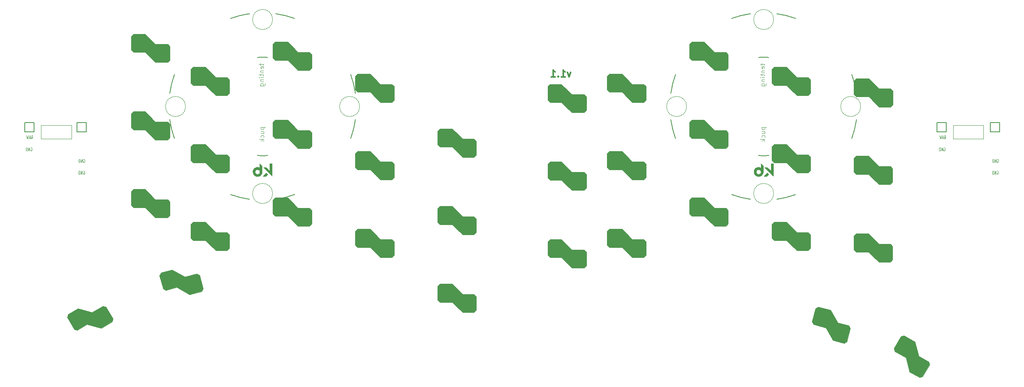
<source format=gbr>
%TF.GenerationSoftware,KiCad,Pcbnew,7.0.6*%
%TF.CreationDate,2023-10-10T10:55:06+08:00*%
%TF.ProjectId,sweepbling-lp__pcb,73776565-7062-46c6-996e-672d6c705f5f,rev?*%
%TF.SameCoordinates,Original*%
%TF.FileFunction,Legend,Bot*%
%TF.FilePolarity,Positive*%
%FSLAX46Y46*%
G04 Gerber Fmt 4.6, Leading zero omitted, Abs format (unit mm)*
G04 Created by KiCad (PCBNEW 7.0.6) date 2023-10-10 10:55:06*
%MOMM*%
%LPD*%
G01*
G04 APERTURE LIST*
%ADD10C,0.120000*%
%ADD11C,0.300000*%
%ADD12C,0.125000*%
%ADD13C,0.100000*%
%ADD14C,0.200000*%
%ADD15C,0.010000*%
%ADD16C,0.150000*%
G04 APERTURE END LIST*
D10*
X27178000Y-50419000D02*
X33909000Y-50419000D01*
X33909000Y-53340000D01*
X27178000Y-53340000D01*
X27178000Y-50419000D01*
X226822000Y-50419000D02*
X233426000Y-50419000D01*
X233426000Y-53340000D01*
X226822000Y-53340000D01*
X226822000Y-50419000D01*
D11*
X143112856Y-38794328D02*
X142755713Y-39794328D01*
X142755713Y-39794328D02*
X142398570Y-38794328D01*
X141041427Y-39794328D02*
X141898570Y-39794328D01*
X141469999Y-39794328D02*
X141469999Y-38294328D01*
X141469999Y-38294328D02*
X141612856Y-38508614D01*
X141612856Y-38508614D02*
X141755713Y-38651471D01*
X141755713Y-38651471D02*
X141898570Y-38722900D01*
X140398571Y-39651471D02*
X140327142Y-39722900D01*
X140327142Y-39722900D02*
X140398571Y-39794328D01*
X140398571Y-39794328D02*
X140469999Y-39722900D01*
X140469999Y-39722900D02*
X140398571Y-39651471D01*
X140398571Y-39651471D02*
X140398571Y-39794328D01*
X138898570Y-39794328D02*
X139755713Y-39794328D01*
X139327142Y-39794328D02*
X139327142Y-38294328D01*
X139327142Y-38294328D02*
X139469999Y-38508614D01*
X139469999Y-38508614D02*
X139612856Y-38651471D01*
X139612856Y-38651471D02*
X139755713Y-38722900D01*
D12*
X224788952Y-55310178D02*
X224836571Y-55274464D01*
X224836571Y-55274464D02*
X224908000Y-55274464D01*
X224908000Y-55274464D02*
X224979428Y-55310178D01*
X224979428Y-55310178D02*
X225027047Y-55381607D01*
X225027047Y-55381607D02*
X225050857Y-55453035D01*
X225050857Y-55453035D02*
X225074666Y-55595892D01*
X225074666Y-55595892D02*
X225074666Y-55703035D01*
X225074666Y-55703035D02*
X225050857Y-55845892D01*
X225050857Y-55845892D02*
X225027047Y-55917321D01*
X225027047Y-55917321D02*
X224979428Y-55988750D01*
X224979428Y-55988750D02*
X224908000Y-56024464D01*
X224908000Y-56024464D02*
X224860381Y-56024464D01*
X224860381Y-56024464D02*
X224788952Y-55988750D01*
X224788952Y-55988750D02*
X224765143Y-55953035D01*
X224765143Y-55953035D02*
X224765143Y-55703035D01*
X224765143Y-55703035D02*
X224860381Y-55703035D01*
X224550857Y-56024464D02*
X224550857Y-55274464D01*
X224550857Y-55274464D02*
X224265143Y-56024464D01*
X224265143Y-56024464D02*
X224265143Y-55274464D01*
X224027047Y-56024464D02*
X224027047Y-55274464D01*
X224027047Y-55274464D02*
X223907999Y-55274464D01*
X223907999Y-55274464D02*
X223836571Y-55310178D01*
X223836571Y-55310178D02*
X223788952Y-55381607D01*
X223788952Y-55381607D02*
X223765142Y-55453035D01*
X223765142Y-55453035D02*
X223741333Y-55595892D01*
X223741333Y-55595892D02*
X223741333Y-55703035D01*
X223741333Y-55703035D02*
X223765142Y-55845892D01*
X223765142Y-55845892D02*
X223788952Y-55917321D01*
X223788952Y-55917321D02*
X223836571Y-55988750D01*
X223836571Y-55988750D02*
X223907999Y-56024464D01*
X223907999Y-56024464D02*
X224027047Y-56024464D01*
X236418952Y-60420178D02*
X236466571Y-60384464D01*
X236466571Y-60384464D02*
X236538000Y-60384464D01*
X236538000Y-60384464D02*
X236609428Y-60420178D01*
X236609428Y-60420178D02*
X236657047Y-60491607D01*
X236657047Y-60491607D02*
X236680857Y-60563035D01*
X236680857Y-60563035D02*
X236704666Y-60705892D01*
X236704666Y-60705892D02*
X236704666Y-60813035D01*
X236704666Y-60813035D02*
X236680857Y-60955892D01*
X236680857Y-60955892D02*
X236657047Y-61027321D01*
X236657047Y-61027321D02*
X236609428Y-61098750D01*
X236609428Y-61098750D02*
X236538000Y-61134464D01*
X236538000Y-61134464D02*
X236490381Y-61134464D01*
X236490381Y-61134464D02*
X236418952Y-61098750D01*
X236418952Y-61098750D02*
X236395143Y-61063035D01*
X236395143Y-61063035D02*
X236395143Y-60813035D01*
X236395143Y-60813035D02*
X236490381Y-60813035D01*
X236180857Y-61134464D02*
X236180857Y-60384464D01*
X236180857Y-60384464D02*
X235895143Y-61134464D01*
X235895143Y-61134464D02*
X235895143Y-60384464D01*
X235657047Y-61134464D02*
X235657047Y-60384464D01*
X235657047Y-60384464D02*
X235537999Y-60384464D01*
X235537999Y-60384464D02*
X235466571Y-60420178D01*
X235466571Y-60420178D02*
X235418952Y-60491607D01*
X235418952Y-60491607D02*
X235395142Y-60563035D01*
X235395142Y-60563035D02*
X235371333Y-60705892D01*
X235371333Y-60705892D02*
X235371333Y-60813035D01*
X235371333Y-60813035D02*
X235395142Y-60955892D01*
X235395142Y-60955892D02*
X235418952Y-61027321D01*
X235418952Y-61027321D02*
X235466571Y-61098750D01*
X235466571Y-61098750D02*
X235537999Y-61134464D01*
X235537999Y-61134464D02*
X235657047Y-61134464D01*
X224883238Y-53384464D02*
X225049904Y-53027321D01*
X225168952Y-53384464D02*
X225168952Y-52634464D01*
X225168952Y-52634464D02*
X224978476Y-52634464D01*
X224978476Y-52634464D02*
X224930857Y-52670178D01*
X224930857Y-52670178D02*
X224907047Y-52705892D01*
X224907047Y-52705892D02*
X224883238Y-52777321D01*
X224883238Y-52777321D02*
X224883238Y-52884464D01*
X224883238Y-52884464D02*
X224907047Y-52955892D01*
X224907047Y-52955892D02*
X224930857Y-52991607D01*
X224930857Y-52991607D02*
X224978476Y-53027321D01*
X224978476Y-53027321D02*
X225168952Y-53027321D01*
X224692761Y-53170178D02*
X224454666Y-53170178D01*
X224740380Y-53384464D02*
X224573714Y-52634464D01*
X224573714Y-52634464D02*
X224407047Y-53384464D01*
X224288000Y-52634464D02*
X224168952Y-53384464D01*
X224168952Y-53384464D02*
X224073714Y-52848750D01*
X224073714Y-52848750D02*
X223978476Y-53384464D01*
X223978476Y-53384464D02*
X223859429Y-52634464D01*
X236438952Y-57840178D02*
X236486571Y-57804464D01*
X236486571Y-57804464D02*
X236558000Y-57804464D01*
X236558000Y-57804464D02*
X236629428Y-57840178D01*
X236629428Y-57840178D02*
X236677047Y-57911607D01*
X236677047Y-57911607D02*
X236700857Y-57983035D01*
X236700857Y-57983035D02*
X236724666Y-58125892D01*
X236724666Y-58125892D02*
X236724666Y-58233035D01*
X236724666Y-58233035D02*
X236700857Y-58375892D01*
X236700857Y-58375892D02*
X236677047Y-58447321D01*
X236677047Y-58447321D02*
X236629428Y-58518750D01*
X236629428Y-58518750D02*
X236558000Y-58554464D01*
X236558000Y-58554464D02*
X236510381Y-58554464D01*
X236510381Y-58554464D02*
X236438952Y-58518750D01*
X236438952Y-58518750D02*
X236415143Y-58483035D01*
X236415143Y-58483035D02*
X236415143Y-58233035D01*
X236415143Y-58233035D02*
X236510381Y-58233035D01*
X236200857Y-58554464D02*
X236200857Y-57804464D01*
X236200857Y-57804464D02*
X235915143Y-58554464D01*
X235915143Y-58554464D02*
X235915143Y-57804464D01*
X235677047Y-58554464D02*
X235677047Y-57804464D01*
X235677047Y-57804464D02*
X235557999Y-57804464D01*
X235557999Y-57804464D02*
X235486571Y-57840178D01*
X235486571Y-57840178D02*
X235438952Y-57911607D01*
X235438952Y-57911607D02*
X235415142Y-57983035D01*
X235415142Y-57983035D02*
X235391333Y-58125892D01*
X235391333Y-58125892D02*
X235391333Y-58233035D01*
X235391333Y-58233035D02*
X235415142Y-58375892D01*
X235415142Y-58375892D02*
X235438952Y-58447321D01*
X235438952Y-58447321D02*
X235486571Y-58518750D01*
X235486571Y-58518750D02*
X235557999Y-58554464D01*
X235557999Y-58554464D02*
X235677047Y-58554464D01*
D13*
X184956252Y-50814500D02*
X185956252Y-50814500D01*
X185003871Y-50814500D02*
X184956252Y-50909738D01*
X184956252Y-50909738D02*
X184956252Y-51100214D01*
X184956252Y-51100214D02*
X185003871Y-51195452D01*
X185003871Y-51195452D02*
X185051490Y-51243071D01*
X185051490Y-51243071D02*
X185146728Y-51290690D01*
X185146728Y-51290690D02*
X185432442Y-51290690D01*
X185432442Y-51290690D02*
X185527680Y-51243071D01*
X185527680Y-51243071D02*
X185575300Y-51195452D01*
X185575300Y-51195452D02*
X185622919Y-51100214D01*
X185622919Y-51100214D02*
X185622919Y-50909738D01*
X185622919Y-50909738D02*
X185575300Y-50814500D01*
X184956252Y-52147833D02*
X185622919Y-52147833D01*
X184956252Y-51719262D02*
X185480061Y-51719262D01*
X185480061Y-51719262D02*
X185575300Y-51766881D01*
X185575300Y-51766881D02*
X185622919Y-51862119D01*
X185622919Y-51862119D02*
X185622919Y-52004976D01*
X185622919Y-52004976D02*
X185575300Y-52100214D01*
X185575300Y-52100214D02*
X185527680Y-52147833D01*
X185575300Y-53052595D02*
X185622919Y-52957357D01*
X185622919Y-52957357D02*
X185622919Y-52766881D01*
X185622919Y-52766881D02*
X185575300Y-52671643D01*
X185575300Y-52671643D02*
X185527680Y-52624024D01*
X185527680Y-52624024D02*
X185432442Y-52576405D01*
X185432442Y-52576405D02*
X185146728Y-52576405D01*
X185146728Y-52576405D02*
X185051490Y-52624024D01*
X185051490Y-52624024D02*
X185003871Y-52671643D01*
X185003871Y-52671643D02*
X184956252Y-52766881D01*
X184956252Y-52766881D02*
X184956252Y-52957357D01*
X184956252Y-52957357D02*
X185003871Y-53052595D01*
X185622919Y-53481167D02*
X184622919Y-53481167D01*
X185241966Y-53576405D02*
X185622919Y-53862119D01*
X184956252Y-53862119D02*
X185337204Y-53481167D01*
X184892752Y-36860500D02*
X184892752Y-37241452D01*
X184559419Y-37003357D02*
X185416561Y-37003357D01*
X185416561Y-37003357D02*
X185511800Y-37050976D01*
X185511800Y-37050976D02*
X185559419Y-37146214D01*
X185559419Y-37146214D02*
X185559419Y-37241452D01*
X185511800Y-37955738D02*
X185559419Y-37860500D01*
X185559419Y-37860500D02*
X185559419Y-37670024D01*
X185559419Y-37670024D02*
X185511800Y-37574786D01*
X185511800Y-37574786D02*
X185416561Y-37527167D01*
X185416561Y-37527167D02*
X185035609Y-37527167D01*
X185035609Y-37527167D02*
X184940371Y-37574786D01*
X184940371Y-37574786D02*
X184892752Y-37670024D01*
X184892752Y-37670024D02*
X184892752Y-37860500D01*
X184892752Y-37860500D02*
X184940371Y-37955738D01*
X184940371Y-37955738D02*
X185035609Y-38003357D01*
X185035609Y-38003357D02*
X185130847Y-38003357D01*
X185130847Y-38003357D02*
X185226085Y-37527167D01*
X184892752Y-38431929D02*
X185559419Y-38431929D01*
X184987990Y-38431929D02*
X184940371Y-38479548D01*
X184940371Y-38479548D02*
X184892752Y-38574786D01*
X184892752Y-38574786D02*
X184892752Y-38717643D01*
X184892752Y-38717643D02*
X184940371Y-38812881D01*
X184940371Y-38812881D02*
X185035609Y-38860500D01*
X185035609Y-38860500D02*
X185559419Y-38860500D01*
X184892752Y-39193834D02*
X184892752Y-39574786D01*
X184559419Y-39336691D02*
X185416561Y-39336691D01*
X185416561Y-39336691D02*
X185511800Y-39384310D01*
X185511800Y-39384310D02*
X185559419Y-39479548D01*
X185559419Y-39479548D02*
X185559419Y-39574786D01*
X185559419Y-39908120D02*
X184892752Y-39908120D01*
X184559419Y-39908120D02*
X184607038Y-39860501D01*
X184607038Y-39860501D02*
X184654657Y-39908120D01*
X184654657Y-39908120D02*
X184607038Y-39955739D01*
X184607038Y-39955739D02*
X184559419Y-39908120D01*
X184559419Y-39908120D02*
X184654657Y-39908120D01*
X184892752Y-40384310D02*
X185559419Y-40384310D01*
X184987990Y-40384310D02*
X184940371Y-40431929D01*
X184940371Y-40431929D02*
X184892752Y-40527167D01*
X184892752Y-40527167D02*
X184892752Y-40670024D01*
X184892752Y-40670024D02*
X184940371Y-40765262D01*
X184940371Y-40765262D02*
X185035609Y-40812881D01*
X185035609Y-40812881D02*
X185559419Y-40812881D01*
X184892752Y-41717643D02*
X185702276Y-41717643D01*
X185702276Y-41717643D02*
X185797514Y-41670024D01*
X185797514Y-41670024D02*
X185845133Y-41622405D01*
X185845133Y-41622405D02*
X185892752Y-41527167D01*
X185892752Y-41527167D02*
X185892752Y-41384310D01*
X185892752Y-41384310D02*
X185845133Y-41289072D01*
X185511800Y-41717643D02*
X185559419Y-41622405D01*
X185559419Y-41622405D02*
X185559419Y-41431929D01*
X185559419Y-41431929D02*
X185511800Y-41336691D01*
X185511800Y-41336691D02*
X185464180Y-41289072D01*
X185464180Y-41289072D02*
X185368942Y-41241453D01*
X185368942Y-41241453D02*
X185083228Y-41241453D01*
X185083228Y-41241453D02*
X184987990Y-41289072D01*
X184987990Y-41289072D02*
X184940371Y-41336691D01*
X184940371Y-41336691D02*
X184892752Y-41431929D01*
X184892752Y-41431929D02*
X184892752Y-41622405D01*
X184892752Y-41622405D02*
X184940371Y-41717643D01*
D12*
X36468952Y-57840178D02*
X36516571Y-57804464D01*
X36516571Y-57804464D02*
X36588000Y-57804464D01*
X36588000Y-57804464D02*
X36659428Y-57840178D01*
X36659428Y-57840178D02*
X36707047Y-57911607D01*
X36707047Y-57911607D02*
X36730857Y-57983035D01*
X36730857Y-57983035D02*
X36754666Y-58125892D01*
X36754666Y-58125892D02*
X36754666Y-58233035D01*
X36754666Y-58233035D02*
X36730857Y-58375892D01*
X36730857Y-58375892D02*
X36707047Y-58447321D01*
X36707047Y-58447321D02*
X36659428Y-58518750D01*
X36659428Y-58518750D02*
X36588000Y-58554464D01*
X36588000Y-58554464D02*
X36540381Y-58554464D01*
X36540381Y-58554464D02*
X36468952Y-58518750D01*
X36468952Y-58518750D02*
X36445143Y-58483035D01*
X36445143Y-58483035D02*
X36445143Y-58233035D01*
X36445143Y-58233035D02*
X36540381Y-58233035D01*
X36230857Y-58554464D02*
X36230857Y-57804464D01*
X36230857Y-57804464D02*
X35945143Y-58554464D01*
X35945143Y-58554464D02*
X35945143Y-57804464D01*
X35707047Y-58554464D02*
X35707047Y-57804464D01*
X35707047Y-57804464D02*
X35587999Y-57804464D01*
X35587999Y-57804464D02*
X35516571Y-57840178D01*
X35516571Y-57840178D02*
X35468952Y-57911607D01*
X35468952Y-57911607D02*
X35445142Y-57983035D01*
X35445142Y-57983035D02*
X35421333Y-58125892D01*
X35421333Y-58125892D02*
X35421333Y-58233035D01*
X35421333Y-58233035D02*
X35445142Y-58375892D01*
X35445142Y-58375892D02*
X35468952Y-58447321D01*
X35468952Y-58447321D02*
X35516571Y-58518750D01*
X35516571Y-58518750D02*
X35587999Y-58554464D01*
X35587999Y-58554464D02*
X35707047Y-58554464D01*
X36448952Y-60420178D02*
X36496571Y-60384464D01*
X36496571Y-60384464D02*
X36568000Y-60384464D01*
X36568000Y-60384464D02*
X36639428Y-60420178D01*
X36639428Y-60420178D02*
X36687047Y-60491607D01*
X36687047Y-60491607D02*
X36710857Y-60563035D01*
X36710857Y-60563035D02*
X36734666Y-60705892D01*
X36734666Y-60705892D02*
X36734666Y-60813035D01*
X36734666Y-60813035D02*
X36710857Y-60955892D01*
X36710857Y-60955892D02*
X36687047Y-61027321D01*
X36687047Y-61027321D02*
X36639428Y-61098750D01*
X36639428Y-61098750D02*
X36568000Y-61134464D01*
X36568000Y-61134464D02*
X36520381Y-61134464D01*
X36520381Y-61134464D02*
X36448952Y-61098750D01*
X36448952Y-61098750D02*
X36425143Y-61063035D01*
X36425143Y-61063035D02*
X36425143Y-60813035D01*
X36425143Y-60813035D02*
X36520381Y-60813035D01*
X36210857Y-61134464D02*
X36210857Y-60384464D01*
X36210857Y-60384464D02*
X35925143Y-61134464D01*
X35925143Y-61134464D02*
X35925143Y-60384464D01*
X35687047Y-61134464D02*
X35687047Y-60384464D01*
X35687047Y-60384464D02*
X35567999Y-60384464D01*
X35567999Y-60384464D02*
X35496571Y-60420178D01*
X35496571Y-60420178D02*
X35448952Y-60491607D01*
X35448952Y-60491607D02*
X35425142Y-60563035D01*
X35425142Y-60563035D02*
X35401333Y-60705892D01*
X35401333Y-60705892D02*
X35401333Y-60813035D01*
X35401333Y-60813035D02*
X35425142Y-60955892D01*
X35425142Y-60955892D02*
X35448952Y-61027321D01*
X35448952Y-61027321D02*
X35496571Y-61098750D01*
X35496571Y-61098750D02*
X35567999Y-61134464D01*
X35567999Y-61134464D02*
X35687047Y-61134464D01*
X24936952Y-55310178D02*
X24984571Y-55274464D01*
X24984571Y-55274464D02*
X25056000Y-55274464D01*
X25056000Y-55274464D02*
X25127428Y-55310178D01*
X25127428Y-55310178D02*
X25175047Y-55381607D01*
X25175047Y-55381607D02*
X25198857Y-55453035D01*
X25198857Y-55453035D02*
X25222666Y-55595892D01*
X25222666Y-55595892D02*
X25222666Y-55703035D01*
X25222666Y-55703035D02*
X25198857Y-55845892D01*
X25198857Y-55845892D02*
X25175047Y-55917321D01*
X25175047Y-55917321D02*
X25127428Y-55988750D01*
X25127428Y-55988750D02*
X25056000Y-56024464D01*
X25056000Y-56024464D02*
X25008381Y-56024464D01*
X25008381Y-56024464D02*
X24936952Y-55988750D01*
X24936952Y-55988750D02*
X24913143Y-55953035D01*
X24913143Y-55953035D02*
X24913143Y-55703035D01*
X24913143Y-55703035D02*
X25008381Y-55703035D01*
X24698857Y-56024464D02*
X24698857Y-55274464D01*
X24698857Y-55274464D02*
X24413143Y-56024464D01*
X24413143Y-56024464D02*
X24413143Y-55274464D01*
X24175047Y-56024464D02*
X24175047Y-55274464D01*
X24175047Y-55274464D02*
X24055999Y-55274464D01*
X24055999Y-55274464D02*
X23984571Y-55310178D01*
X23984571Y-55310178D02*
X23936952Y-55381607D01*
X23936952Y-55381607D02*
X23913142Y-55453035D01*
X23913142Y-55453035D02*
X23889333Y-55595892D01*
X23889333Y-55595892D02*
X23889333Y-55703035D01*
X23889333Y-55703035D02*
X23913142Y-55845892D01*
X23913142Y-55845892D02*
X23936952Y-55917321D01*
X23936952Y-55917321D02*
X23984571Y-55988750D01*
X23984571Y-55988750D02*
X24055999Y-56024464D01*
X24055999Y-56024464D02*
X24175047Y-56024464D01*
X25031238Y-53384464D02*
X25197904Y-53027321D01*
X25316952Y-53384464D02*
X25316952Y-52634464D01*
X25316952Y-52634464D02*
X25126476Y-52634464D01*
X25126476Y-52634464D02*
X25078857Y-52670178D01*
X25078857Y-52670178D02*
X25055047Y-52705892D01*
X25055047Y-52705892D02*
X25031238Y-52777321D01*
X25031238Y-52777321D02*
X25031238Y-52884464D01*
X25031238Y-52884464D02*
X25055047Y-52955892D01*
X25055047Y-52955892D02*
X25078857Y-52991607D01*
X25078857Y-52991607D02*
X25126476Y-53027321D01*
X25126476Y-53027321D02*
X25316952Y-53027321D01*
X24840761Y-53170178D02*
X24602666Y-53170178D01*
X24888380Y-53384464D02*
X24721714Y-52634464D01*
X24721714Y-52634464D02*
X24555047Y-53384464D01*
X24436000Y-52634464D02*
X24316952Y-53384464D01*
X24316952Y-53384464D02*
X24221714Y-52848750D01*
X24221714Y-52848750D02*
X24126476Y-53384464D01*
X24126476Y-53384464D02*
X24007429Y-52634464D01*
D13*
X75292252Y-50814500D02*
X76292252Y-50814500D01*
X75339871Y-50814500D02*
X75292252Y-50909738D01*
X75292252Y-50909738D02*
X75292252Y-51100214D01*
X75292252Y-51100214D02*
X75339871Y-51195452D01*
X75339871Y-51195452D02*
X75387490Y-51243071D01*
X75387490Y-51243071D02*
X75482728Y-51290690D01*
X75482728Y-51290690D02*
X75768442Y-51290690D01*
X75768442Y-51290690D02*
X75863680Y-51243071D01*
X75863680Y-51243071D02*
X75911300Y-51195452D01*
X75911300Y-51195452D02*
X75958919Y-51100214D01*
X75958919Y-51100214D02*
X75958919Y-50909738D01*
X75958919Y-50909738D02*
X75911300Y-50814500D01*
X75292252Y-52147833D02*
X75958919Y-52147833D01*
X75292252Y-51719262D02*
X75816061Y-51719262D01*
X75816061Y-51719262D02*
X75911300Y-51766881D01*
X75911300Y-51766881D02*
X75958919Y-51862119D01*
X75958919Y-51862119D02*
X75958919Y-52004976D01*
X75958919Y-52004976D02*
X75911300Y-52100214D01*
X75911300Y-52100214D02*
X75863680Y-52147833D01*
X75911300Y-53052595D02*
X75958919Y-52957357D01*
X75958919Y-52957357D02*
X75958919Y-52766881D01*
X75958919Y-52766881D02*
X75911300Y-52671643D01*
X75911300Y-52671643D02*
X75863680Y-52624024D01*
X75863680Y-52624024D02*
X75768442Y-52576405D01*
X75768442Y-52576405D02*
X75482728Y-52576405D01*
X75482728Y-52576405D02*
X75387490Y-52624024D01*
X75387490Y-52624024D02*
X75339871Y-52671643D01*
X75339871Y-52671643D02*
X75292252Y-52766881D01*
X75292252Y-52766881D02*
X75292252Y-52957357D01*
X75292252Y-52957357D02*
X75339871Y-53052595D01*
X75958919Y-53481167D02*
X74958919Y-53481167D01*
X75577966Y-53576405D02*
X75958919Y-53862119D01*
X75292252Y-53862119D02*
X75673204Y-53481167D01*
X75228752Y-36860500D02*
X75228752Y-37241452D01*
X74895419Y-37003357D02*
X75752561Y-37003357D01*
X75752561Y-37003357D02*
X75847800Y-37050976D01*
X75847800Y-37050976D02*
X75895419Y-37146214D01*
X75895419Y-37146214D02*
X75895419Y-37241452D01*
X75847800Y-37955738D02*
X75895419Y-37860500D01*
X75895419Y-37860500D02*
X75895419Y-37670024D01*
X75895419Y-37670024D02*
X75847800Y-37574786D01*
X75847800Y-37574786D02*
X75752561Y-37527167D01*
X75752561Y-37527167D02*
X75371609Y-37527167D01*
X75371609Y-37527167D02*
X75276371Y-37574786D01*
X75276371Y-37574786D02*
X75228752Y-37670024D01*
X75228752Y-37670024D02*
X75228752Y-37860500D01*
X75228752Y-37860500D02*
X75276371Y-37955738D01*
X75276371Y-37955738D02*
X75371609Y-38003357D01*
X75371609Y-38003357D02*
X75466847Y-38003357D01*
X75466847Y-38003357D02*
X75562085Y-37527167D01*
X75228752Y-38431929D02*
X75895419Y-38431929D01*
X75323990Y-38431929D02*
X75276371Y-38479548D01*
X75276371Y-38479548D02*
X75228752Y-38574786D01*
X75228752Y-38574786D02*
X75228752Y-38717643D01*
X75228752Y-38717643D02*
X75276371Y-38812881D01*
X75276371Y-38812881D02*
X75371609Y-38860500D01*
X75371609Y-38860500D02*
X75895419Y-38860500D01*
X75228752Y-39193834D02*
X75228752Y-39574786D01*
X74895419Y-39336691D02*
X75752561Y-39336691D01*
X75752561Y-39336691D02*
X75847800Y-39384310D01*
X75847800Y-39384310D02*
X75895419Y-39479548D01*
X75895419Y-39479548D02*
X75895419Y-39574786D01*
X75895419Y-39908120D02*
X75228752Y-39908120D01*
X74895419Y-39908120D02*
X74943038Y-39860501D01*
X74943038Y-39860501D02*
X74990657Y-39908120D01*
X74990657Y-39908120D02*
X74943038Y-39955739D01*
X74943038Y-39955739D02*
X74895419Y-39908120D01*
X74895419Y-39908120D02*
X74990657Y-39908120D01*
X75228752Y-40384310D02*
X75895419Y-40384310D01*
X75323990Y-40384310D02*
X75276371Y-40431929D01*
X75276371Y-40431929D02*
X75228752Y-40527167D01*
X75228752Y-40527167D02*
X75228752Y-40670024D01*
X75228752Y-40670024D02*
X75276371Y-40765262D01*
X75276371Y-40765262D02*
X75371609Y-40812881D01*
X75371609Y-40812881D02*
X75895419Y-40812881D01*
X75228752Y-41717643D02*
X76038276Y-41717643D01*
X76038276Y-41717643D02*
X76133514Y-41670024D01*
X76133514Y-41670024D02*
X76181133Y-41622405D01*
X76181133Y-41622405D02*
X76228752Y-41527167D01*
X76228752Y-41527167D02*
X76228752Y-41384310D01*
X76228752Y-41384310D02*
X76181133Y-41289072D01*
X75847800Y-41717643D02*
X75895419Y-41622405D01*
X75895419Y-41622405D02*
X75895419Y-41431929D01*
X75895419Y-41431929D02*
X75847800Y-41336691D01*
X75847800Y-41336691D02*
X75800180Y-41289072D01*
X75800180Y-41289072D02*
X75704942Y-41241453D01*
X75704942Y-41241453D02*
X75419228Y-41241453D01*
X75419228Y-41241453D02*
X75323990Y-41289072D01*
X75323990Y-41289072D02*
X75276371Y-41336691D01*
X75276371Y-41336691D02*
X75228752Y-41431929D01*
X75228752Y-41431929D02*
X75228752Y-41622405D01*
X75228752Y-41622405D02*
X75276371Y-41717643D01*
%TO.C,SW13*%
D10*
X174606000Y-68516000D02*
X177106000Y-68516000D01*
X177606000Y-69016000D01*
X177606000Y-72016000D01*
X177106000Y-72516000D01*
X174606000Y-72516000D01*
X172356000Y-70266000D01*
X169606000Y-70266000D01*
X169106000Y-69766000D01*
X169106000Y-66766000D01*
X169606000Y-66266000D01*
X172356000Y-66266000D01*
X174606000Y-68516000D01*
G36*
X174606000Y-68516000D02*
G01*
X177106000Y-68516000D01*
X177606000Y-69016000D01*
X177606000Y-72016000D01*
X177106000Y-72516000D01*
X174606000Y-72516000D01*
X172356000Y-70266000D01*
X169606000Y-70266000D01*
X169106000Y-69766000D01*
X169106000Y-66766000D01*
X169606000Y-66266000D01*
X172356000Y-66266000D01*
X174606000Y-68516000D01*
G37*
%TO.C,SW17*%
X218479911Y-97847544D02*
X219303468Y-100921102D01*
X221468532Y-102171102D01*
X221651544Y-102854114D01*
X220151544Y-105452191D01*
X219468532Y-105635203D01*
X217303468Y-104385203D01*
X216479911Y-101311646D01*
X214098341Y-99936646D01*
X213915329Y-99253633D01*
X215415329Y-96655557D01*
X216098341Y-96472544D01*
X218479911Y-97847544D01*
G36*
X218479911Y-97847544D02*
G01*
X219303468Y-100921102D01*
X221468532Y-102171102D01*
X221651544Y-102854114D01*
X220151544Y-105452191D01*
X219468532Y-105635203D01*
X217303468Y-104385203D01*
X216479911Y-101311646D01*
X214098341Y-99936646D01*
X213915329Y-99253633D01*
X215415329Y-96655557D01*
X216098341Y-96472544D01*
X218479911Y-97847544D01*
G37*
%TO.C,SW12*%
X156606000Y-75374000D02*
X159106000Y-75374000D01*
X159606000Y-75874000D01*
X159606000Y-78874000D01*
X159106000Y-79374000D01*
X156606000Y-79374000D01*
X154356000Y-77124000D01*
X151606000Y-77124000D01*
X151106000Y-76624000D01*
X151106000Y-73624000D01*
X151606000Y-73124000D01*
X154356000Y-73124000D01*
X156606000Y-75374000D01*
G36*
X156606000Y-75374000D02*
G01*
X159106000Y-75374000D01*
X159606000Y-75874000D01*
X159606000Y-78874000D01*
X159106000Y-79374000D01*
X156606000Y-79374000D01*
X154356000Y-77124000D01*
X151606000Y-77124000D01*
X151106000Y-76624000D01*
X151106000Y-73624000D01*
X151606000Y-73124000D01*
X154356000Y-73124000D01*
X156606000Y-75374000D01*
G37*
%TO.C,SW16*%
X199992326Y-90866504D02*
X201583317Y-93622179D01*
X203998131Y-94269227D01*
X204351684Y-94881600D01*
X203575227Y-97779377D01*
X202962855Y-98132930D01*
X200548040Y-97485883D01*
X198957050Y-94730207D01*
X196300754Y-94018454D01*
X195947201Y-93406082D01*
X196723658Y-90508305D01*
X197336030Y-90154751D01*
X199992326Y-90866504D01*
G36*
X199992326Y-90866504D02*
G01*
X201583317Y-93622179D01*
X203998131Y-94269227D01*
X204351684Y-94881600D01*
X203575227Y-97779377D01*
X202962855Y-98132930D01*
X200548040Y-97485883D01*
X198957050Y-94730207D01*
X196300754Y-94018454D01*
X195947201Y-93406082D01*
X196723658Y-90508305D01*
X197336030Y-90154751D01*
X199992326Y-90866504D01*
G37*
%TO.C,SW14*%
X192606000Y-73850000D02*
X195106000Y-73850000D01*
X195606000Y-74350000D01*
X195606000Y-77350000D01*
X195106000Y-77850000D01*
X192606000Y-77850000D01*
X190356000Y-75600000D01*
X187606000Y-75600000D01*
X187106000Y-75100000D01*
X187106000Y-72100000D01*
X187606000Y-71600000D01*
X190356000Y-71600000D01*
X192606000Y-73850000D01*
G36*
X192606000Y-73850000D02*
G01*
X195106000Y-73850000D01*
X195606000Y-74350000D01*
X195606000Y-77350000D01*
X195106000Y-77850000D01*
X192606000Y-77850000D01*
X190356000Y-75600000D01*
X187606000Y-75600000D01*
X187106000Y-75100000D01*
X187106000Y-72100000D01*
X187606000Y-71600000D01*
X190356000Y-71600000D01*
X192606000Y-73850000D01*
G37*
%TO.C,SW15*%
X210586000Y-76390000D02*
X213086000Y-76390000D01*
X213586000Y-76890000D01*
X213586000Y-79890000D01*
X213086000Y-80390000D01*
X210586000Y-80390000D01*
X208336000Y-78140000D01*
X205586000Y-78140000D01*
X205086000Y-77640000D01*
X205086000Y-74640000D01*
X205586000Y-74140000D01*
X208336000Y-74140000D01*
X210586000Y-76390000D01*
G36*
X210586000Y-76390000D02*
G01*
X213086000Y-76390000D01*
X213586000Y-76890000D01*
X213586000Y-79890000D01*
X213086000Y-80390000D01*
X210586000Y-80390000D01*
X208336000Y-78140000D01*
X205586000Y-78140000D01*
X205086000Y-77640000D01*
X205086000Y-74640000D01*
X205586000Y-74140000D01*
X208336000Y-74140000D01*
X210586000Y-76390000D01*
G37*
%TO.C,SW3*%
X174606000Y-34382000D02*
X177106000Y-34382000D01*
X177606000Y-34882000D01*
X177606000Y-37882000D01*
X177106000Y-38382000D01*
X174606000Y-38382000D01*
X172356000Y-36132000D01*
X169606000Y-36132000D01*
X169106000Y-35632000D01*
X169106000Y-32632000D01*
X169606000Y-32132000D01*
X172356000Y-32132000D01*
X174606000Y-34382000D01*
G36*
X174606000Y-34382000D02*
G01*
X177106000Y-34382000D01*
X177606000Y-34882000D01*
X177606000Y-37882000D01*
X177106000Y-38382000D01*
X174606000Y-38382000D01*
X172356000Y-36132000D01*
X169606000Y-36132000D01*
X169106000Y-35632000D01*
X169106000Y-32632000D01*
X169606000Y-32132000D01*
X172356000Y-32132000D01*
X174606000Y-34382000D01*
G37*
%TO.C,SW2*%
X156606000Y-41382000D02*
X159106000Y-41382000D01*
X159606000Y-41882000D01*
X159606000Y-44882000D01*
X159106000Y-45382000D01*
X156606000Y-45382000D01*
X154356000Y-43132000D01*
X151606000Y-43132000D01*
X151106000Y-42632000D01*
X151106000Y-39632000D01*
X151606000Y-39132000D01*
X154356000Y-39132000D01*
X156606000Y-41382000D01*
G36*
X156606000Y-41382000D02*
G01*
X159106000Y-41382000D01*
X159606000Y-41882000D01*
X159606000Y-44882000D01*
X159106000Y-45382000D01*
X156606000Y-45382000D01*
X154356000Y-43132000D01*
X151606000Y-43132000D01*
X151106000Y-42632000D01*
X151106000Y-39632000D01*
X151606000Y-39132000D01*
X154356000Y-39132000D01*
X156606000Y-41382000D01*
G37*
%TO.C,SW7*%
X156606000Y-58356000D02*
X159106000Y-58356000D01*
X159606000Y-58856000D01*
X159606000Y-61856000D01*
X159106000Y-62356000D01*
X156606000Y-62356000D01*
X154356000Y-60106000D01*
X151606000Y-60106000D01*
X151106000Y-59606000D01*
X151106000Y-56606000D01*
X151606000Y-56106000D01*
X154356000Y-56106000D01*
X156606000Y-58356000D01*
G36*
X156606000Y-58356000D02*
G01*
X159106000Y-58356000D01*
X159606000Y-58856000D01*
X159606000Y-61856000D01*
X159106000Y-62356000D01*
X156606000Y-62356000D01*
X154356000Y-60106000D01*
X151606000Y-60106000D01*
X151106000Y-59606000D01*
X151106000Y-56606000D01*
X151606000Y-56106000D01*
X154356000Y-56106000D01*
X156606000Y-58356000D01*
G37*
%TO.C,SW11*%
X143356000Y-77632000D02*
X146106000Y-77632000D01*
X146606000Y-78132000D01*
X146606000Y-81132000D01*
X146106000Y-81632000D01*
X143356000Y-81632000D01*
X141106000Y-79382000D01*
X138606000Y-79382000D01*
X138106000Y-78882000D01*
X138106000Y-75882000D01*
X138606000Y-75382000D01*
X141106000Y-75382000D01*
X143356000Y-77632000D01*
G36*
X143356000Y-77632000D02*
G01*
X146106000Y-77632000D01*
X146606000Y-78132000D01*
X146606000Y-81132000D01*
X146106000Y-81632000D01*
X143356000Y-81632000D01*
X141106000Y-79382000D01*
X138606000Y-79382000D01*
X138106000Y-78882000D01*
X138106000Y-75882000D01*
X138606000Y-75382000D01*
X141106000Y-75382000D01*
X143356000Y-77632000D01*
G37*
%TO.C,SW10*%
X210586000Y-59372000D02*
X213086000Y-59372000D01*
X213586000Y-59872000D01*
X213586000Y-62872000D01*
X213086000Y-63372000D01*
X210586000Y-63372000D01*
X208336000Y-61122000D01*
X205586000Y-61122000D01*
X205086000Y-60622000D01*
X205086000Y-57622000D01*
X205586000Y-57122000D01*
X208336000Y-57122000D01*
X210586000Y-59372000D01*
G36*
X210586000Y-59372000D02*
G01*
X213086000Y-59372000D01*
X213586000Y-59872000D01*
X213586000Y-62872000D01*
X213086000Y-63372000D01*
X210586000Y-63372000D01*
X208336000Y-61122000D01*
X205586000Y-61122000D01*
X205086000Y-60622000D01*
X205086000Y-57622000D01*
X205586000Y-57122000D01*
X208336000Y-57122000D01*
X210586000Y-59372000D01*
G37*
%TO.C,SW9*%
X192606000Y-56832000D02*
X195106000Y-56832000D01*
X195606000Y-57332000D01*
X195606000Y-60332000D01*
X195106000Y-60832000D01*
X192606000Y-60832000D01*
X190356000Y-58582000D01*
X187606000Y-58582000D01*
X187106000Y-58082000D01*
X187106000Y-55082000D01*
X187606000Y-54582000D01*
X190356000Y-54582000D01*
X192606000Y-56832000D01*
G36*
X192606000Y-56832000D02*
G01*
X195106000Y-56832000D01*
X195606000Y-57332000D01*
X195606000Y-60332000D01*
X195106000Y-60832000D01*
X192606000Y-60832000D01*
X190356000Y-58582000D01*
X187606000Y-58582000D01*
X187106000Y-58082000D01*
X187106000Y-55082000D01*
X187606000Y-54582000D01*
X190356000Y-54582000D01*
X192606000Y-56832000D01*
G37*
%TO.C,SW6*%
X143356000Y-60632000D02*
X146106000Y-60632000D01*
X146606000Y-61132000D01*
X146606000Y-64132000D01*
X146106000Y-64632000D01*
X143356000Y-64632000D01*
X141106000Y-62382000D01*
X138606000Y-62382000D01*
X138106000Y-61882000D01*
X138106000Y-58882000D01*
X138606000Y-58382000D01*
X141106000Y-58382000D01*
X143356000Y-60632000D01*
G36*
X143356000Y-60632000D02*
G01*
X146106000Y-60632000D01*
X146606000Y-61132000D01*
X146606000Y-64132000D01*
X146106000Y-64632000D01*
X143356000Y-64632000D01*
X141106000Y-62382000D01*
X138606000Y-62382000D01*
X138106000Y-61882000D01*
X138106000Y-58882000D01*
X138606000Y-58382000D01*
X141106000Y-58382000D01*
X143356000Y-60632000D01*
G37*
%TO.C,SW5*%
X210606000Y-42382000D02*
X213106000Y-42382000D01*
X213606000Y-42882000D01*
X213606000Y-45882000D01*
X213106000Y-46382000D01*
X210606000Y-46382000D01*
X208356000Y-44132000D01*
X205606000Y-44132000D01*
X205106000Y-43632000D01*
X205106000Y-40632000D01*
X205606000Y-40132000D01*
X208356000Y-40132000D01*
X210606000Y-42382000D01*
G36*
X210606000Y-42382000D02*
G01*
X213106000Y-42382000D01*
X213606000Y-42882000D01*
X213606000Y-45882000D01*
X213106000Y-46382000D01*
X210606000Y-46382000D01*
X208356000Y-44132000D01*
X205606000Y-44132000D01*
X205106000Y-43632000D01*
X205106000Y-40632000D01*
X205606000Y-40132000D01*
X208356000Y-40132000D01*
X210606000Y-42382000D01*
G37*
%TO.C,SW4*%
X192606000Y-39882000D02*
X195106000Y-39882000D01*
X195606000Y-40382000D01*
X195606000Y-43382000D01*
X195106000Y-43882000D01*
X192606000Y-43882000D01*
X190356000Y-41632000D01*
X187606000Y-41632000D01*
X187106000Y-41132000D01*
X187106000Y-38132000D01*
X187606000Y-37632000D01*
X190356000Y-37632000D01*
X192606000Y-39882000D01*
G36*
X192606000Y-39882000D02*
G01*
X195106000Y-39882000D01*
X195606000Y-40382000D01*
X195606000Y-43382000D01*
X195106000Y-43882000D01*
X192606000Y-43882000D01*
X190356000Y-41632000D01*
X187606000Y-41632000D01*
X187106000Y-41132000D01*
X187106000Y-38132000D01*
X187606000Y-37632000D01*
X190356000Y-37632000D01*
X192606000Y-39882000D01*
G37*
%TO.C,SW1*%
X143356000Y-43632000D02*
X146106000Y-43632000D01*
X146606000Y-44132000D01*
X146606000Y-47132000D01*
X146106000Y-47632000D01*
X143356000Y-47632000D01*
X141106000Y-45382000D01*
X138606000Y-45382000D01*
X138106000Y-44882000D01*
X138106000Y-41882000D01*
X138606000Y-41382000D01*
X141106000Y-41382000D01*
X143356000Y-43632000D01*
G36*
X143356000Y-43632000D02*
G01*
X146106000Y-43632000D01*
X146606000Y-44132000D01*
X146606000Y-47132000D01*
X146106000Y-47632000D01*
X143356000Y-47632000D01*
X141106000Y-45382000D01*
X138606000Y-45382000D01*
X138106000Y-44882000D01*
X138106000Y-41882000D01*
X138606000Y-41382000D01*
X141106000Y-41382000D01*
X143356000Y-43632000D01*
G37*
%TO.C,SW8*%
X174606000Y-51498000D02*
X177106000Y-51498000D01*
X177606000Y-51998000D01*
X177606000Y-54998000D01*
X177106000Y-55498000D01*
X174606000Y-55498000D01*
X172356000Y-53248000D01*
X169606000Y-53248000D01*
X169106000Y-52748000D01*
X169106000Y-49748000D01*
X169606000Y-49248000D01*
X172356000Y-49248000D01*
X174606000Y-51498000D01*
G36*
X174606000Y-51498000D02*
G01*
X177106000Y-51498000D01*
X177606000Y-51998000D01*
X177606000Y-54998000D01*
X177106000Y-55498000D01*
X174606000Y-55498000D01*
X172356000Y-53248000D01*
X169606000Y-53248000D01*
X169106000Y-52748000D01*
X169106000Y-49748000D01*
X169606000Y-49248000D01*
X172356000Y-49248000D01*
X174606000Y-51498000D01*
G37*
D14*
%TO.C,e*%
X184227615Y-57017864D02*
G75*
G03*
X185356000Y-57077000I1128379J10735785D01*
G01*
X204642134Y-53290048D02*
G75*
G03*
X205676000Y-49139500I-19286134J7008048D01*
G01*
X182498500Y-25962000D02*
G75*
G03*
X178347954Y-26995865I2857500J-20320000D01*
G01*
X185356000Y-57077000D02*
G75*
G03*
X186484385Y-57017863I0J10794900D01*
G01*
X188213500Y-66602000D02*
G75*
G03*
X192364045Y-65568135I-2857506J20320019D01*
G01*
X185356000Y-35487001D02*
G75*
G03*
X184227615Y-35546137I-6J-10794920D01*
G01*
X178347955Y-65568135D02*
G75*
G03*
X182498500Y-66602000I7008045J19286135D01*
G01*
X205676000Y-43424500D02*
G75*
G03*
X204642134Y-39273952I-20320000J-2857500D01*
G01*
X192364049Y-26995867D02*
G75*
G03*
X188213500Y-25962000I-7008049J-19286133D01*
G01*
X166069865Y-39273956D02*
G75*
G03*
X165036000Y-43424500I19286255J-7008074D01*
G01*
X165036000Y-49139500D02*
G75*
G03*
X166069865Y-53290046I20320000J2857500D01*
G01*
X186484385Y-35546137D02*
G75*
G03*
X185356000Y-35487000I-1128385J-10735763D01*
G01*
D10*
X187556000Y-65332000D02*
G75*
G03*
X187556000Y-65332000I-2200000J0D01*
G01*
X206606000Y-46282000D02*
G75*
G03*
X206606000Y-46282000I-2200000J0D01*
G01*
X187556000Y-27232000D02*
G75*
G03*
X187556000Y-27232000I-2200000J0D01*
G01*
X168506000Y-46282000D02*
G75*
G03*
X168506000Y-46282000I-2200000J0D01*
G01*
D15*
X187436952Y-61508356D02*
X187346108Y-61416080D01*
X187332327Y-61402084D01*
X187300466Y-61369731D01*
X187254519Y-61323077D01*
X187195703Y-61263359D01*
X187125236Y-61191814D01*
X187044337Y-61109677D01*
X186954222Y-61018184D01*
X186856110Y-60918573D01*
X186751218Y-60812080D01*
X186640764Y-60699940D01*
X186525965Y-60583391D01*
X186408040Y-60463668D01*
X185560816Y-59603531D01*
X185849184Y-59600438D01*
X186137552Y-59597344D01*
X186940498Y-60400044D01*
X186940498Y-58766486D01*
X187436952Y-58766486D01*
X187436952Y-61508356D01*
G36*
X187436952Y-61508356D02*
G01*
X187346108Y-61416080D01*
X187332327Y-61402084D01*
X187300466Y-61369731D01*
X187254519Y-61323077D01*
X187195703Y-61263359D01*
X187125236Y-61191814D01*
X187044337Y-61109677D01*
X186954222Y-61018184D01*
X186856110Y-60918573D01*
X186751218Y-60812080D01*
X186640764Y-60699940D01*
X186525965Y-60583391D01*
X186408040Y-60463668D01*
X185560816Y-59603531D01*
X185849184Y-59600438D01*
X186137552Y-59597344D01*
X186940498Y-60400044D01*
X186940498Y-58766486D01*
X187436952Y-58766486D01*
X187436952Y-61508356D01*
G37*
X185236062Y-60662292D02*
X185233717Y-60712364D01*
X185231104Y-60740759D01*
X185222235Y-60787209D01*
X185184682Y-60914369D01*
X185129516Y-61040232D01*
X185059824Y-61158414D01*
X184978693Y-61262534D01*
X184970299Y-61271700D01*
X184861987Y-61372026D01*
X184739567Y-61456023D01*
X184606394Y-61522002D01*
X184465826Y-61568277D01*
X184321218Y-61593158D01*
X184220972Y-61597641D01*
X184072551Y-61586242D01*
X183929132Y-61553989D01*
X183792896Y-61501966D01*
X183666021Y-61431252D01*
X183550688Y-61342930D01*
X183449075Y-61238081D01*
X183363363Y-61117788D01*
X183306108Y-61010869D01*
X183252963Y-60871633D01*
X183221607Y-60727069D01*
X183215103Y-60630705D01*
X183710342Y-60630705D01*
X183710624Y-60635995D01*
X183714942Y-60691298D01*
X183722299Y-60733590D01*
X183734944Y-60772198D01*
X183755125Y-60816444D01*
X183776613Y-60854771D01*
X183818098Y-60913565D01*
X183866155Y-60969021D01*
X183915478Y-61015215D01*
X183960764Y-61046219D01*
X183976931Y-61053995D01*
X184017836Y-61071355D01*
X184060833Y-61087441D01*
X184133660Y-61106729D01*
X184237361Y-61115250D01*
X184338902Y-61102456D01*
X184435688Y-61069324D01*
X184525120Y-61016831D01*
X184604601Y-60945954D01*
X184671535Y-60857671D01*
X184700189Y-60803526D01*
X184730621Y-60709507D01*
X184741193Y-60611958D01*
X184732887Y-60514010D01*
X184706685Y-60418797D01*
X184663572Y-60329450D01*
X184604529Y-60249104D01*
X184530539Y-60180890D01*
X184442587Y-60127941D01*
X184428584Y-60121655D01*
X184330238Y-60091030D01*
X184228886Y-60080848D01*
X184127982Y-60090168D01*
X184030983Y-60118046D01*
X183941347Y-60163542D01*
X183862530Y-60225712D01*
X183797988Y-60303616D01*
X183780218Y-60332145D01*
X183736566Y-60425568D01*
X183713710Y-60523460D01*
X183710342Y-60630705D01*
X183215103Y-60630705D01*
X183211316Y-60574591D01*
X183214877Y-60484921D01*
X183237558Y-60334642D01*
X183280310Y-60192673D01*
X183342120Y-60060688D01*
X183421978Y-59940363D01*
X183518872Y-59833374D01*
X183631792Y-59741394D01*
X183759725Y-59666101D01*
X183829576Y-59633462D01*
X183904714Y-59604245D01*
X183976366Y-59584753D01*
X184052849Y-59572816D01*
X184142484Y-59566264D01*
X184160296Y-59565596D01*
X184299497Y-59572034D01*
X184429880Y-59599710D01*
X184552096Y-59648814D01*
X184666793Y-59719536D01*
X184690927Y-59736738D01*
X184715773Y-59753081D01*
X184728204Y-59759395D01*
X184729112Y-59755365D01*
X184730561Y-59731558D01*
X184731888Y-59688435D01*
X184733057Y-59628360D01*
X184734033Y-59553698D01*
X184734783Y-59466812D01*
X184735272Y-59370067D01*
X184735464Y-59265827D01*
X184735612Y-58772259D01*
X185243316Y-59282285D01*
X185243229Y-59973999D01*
X185243226Y-59985735D01*
X185242965Y-60136209D01*
X185242301Y-60273481D01*
X185241257Y-60396137D01*
X185239854Y-60502766D01*
X185238115Y-60591955D01*
X185237531Y-60611958D01*
X185236062Y-60662292D01*
G36*
X185236062Y-60662292D02*
G01*
X185233717Y-60712364D01*
X185231104Y-60740759D01*
X185222235Y-60787209D01*
X185184682Y-60914369D01*
X185129516Y-61040232D01*
X185059824Y-61158414D01*
X184978693Y-61262534D01*
X184970299Y-61271700D01*
X184861987Y-61372026D01*
X184739567Y-61456023D01*
X184606394Y-61522002D01*
X184465826Y-61568277D01*
X184321218Y-61593158D01*
X184220972Y-61597641D01*
X184072551Y-61586242D01*
X183929132Y-61553989D01*
X183792896Y-61501966D01*
X183666021Y-61431252D01*
X183550688Y-61342930D01*
X183449075Y-61238081D01*
X183363363Y-61117788D01*
X183306108Y-61010869D01*
X183252963Y-60871633D01*
X183221607Y-60727069D01*
X183215103Y-60630705D01*
X183710342Y-60630705D01*
X183710624Y-60635995D01*
X183714942Y-60691298D01*
X183722299Y-60733590D01*
X183734944Y-60772198D01*
X183755125Y-60816444D01*
X183776613Y-60854771D01*
X183818098Y-60913565D01*
X183866155Y-60969021D01*
X183915478Y-61015215D01*
X183960764Y-61046219D01*
X183976931Y-61053995D01*
X184017836Y-61071355D01*
X184060833Y-61087441D01*
X184133660Y-61106729D01*
X184237361Y-61115250D01*
X184338902Y-61102456D01*
X184435688Y-61069324D01*
X184525120Y-61016831D01*
X184604601Y-60945954D01*
X184671535Y-60857671D01*
X184700189Y-60803526D01*
X184730621Y-60709507D01*
X184741193Y-60611958D01*
X184732887Y-60514010D01*
X184706685Y-60418797D01*
X184663572Y-60329450D01*
X184604529Y-60249104D01*
X184530539Y-60180890D01*
X184442587Y-60127941D01*
X184428584Y-60121655D01*
X184330238Y-60091030D01*
X184228886Y-60080848D01*
X184127982Y-60090168D01*
X184030983Y-60118046D01*
X183941347Y-60163542D01*
X183862530Y-60225712D01*
X183797988Y-60303616D01*
X183780218Y-60332145D01*
X183736566Y-60425568D01*
X183713710Y-60523460D01*
X183710342Y-60630705D01*
X183215103Y-60630705D01*
X183211316Y-60574591D01*
X183214877Y-60484921D01*
X183237558Y-60334642D01*
X183280310Y-60192673D01*
X183342120Y-60060688D01*
X183421978Y-59940363D01*
X183518872Y-59833374D01*
X183631792Y-59741394D01*
X183759725Y-59666101D01*
X183829576Y-59633462D01*
X183904714Y-59604245D01*
X183976366Y-59584753D01*
X184052849Y-59572816D01*
X184142484Y-59566264D01*
X184160296Y-59565596D01*
X184299497Y-59572034D01*
X184429880Y-59599710D01*
X184552096Y-59648814D01*
X184666793Y-59719536D01*
X184690927Y-59736738D01*
X184715773Y-59753081D01*
X184728204Y-59759395D01*
X184729112Y-59755365D01*
X184730561Y-59731558D01*
X184731888Y-59688435D01*
X184733057Y-59628360D01*
X184734033Y-59553698D01*
X184734783Y-59466812D01*
X184735272Y-59370067D01*
X184735464Y-59265827D01*
X184735612Y-58772259D01*
X185243316Y-59282285D01*
X185243229Y-59973999D01*
X185243226Y-59985735D01*
X185242965Y-60136209D01*
X185242301Y-60273481D01*
X185241257Y-60396137D01*
X185239854Y-60502766D01*
X185238115Y-60591955D01*
X185237531Y-60611958D01*
X185236062Y-60662292D01*
G37*
X186143184Y-60798669D02*
X186155413Y-60808717D01*
X186180895Y-60832337D01*
X186217042Y-60867050D01*
X186261266Y-60910375D01*
X186310979Y-60959830D01*
X186472014Y-61121174D01*
X186438132Y-61158989D01*
X186434955Y-61162481D01*
X186413087Y-61185690D01*
X186378741Y-61221436D01*
X186334925Y-61266616D01*
X186284642Y-61318129D01*
X186230900Y-61372872D01*
X186057550Y-61548941D01*
X185437536Y-61548941D01*
X185465837Y-61515306D01*
X185468130Y-61512615D01*
X185488798Y-61489386D01*
X185521556Y-61453546D01*
X185564416Y-61407201D01*
X185615388Y-61352458D01*
X185672484Y-61291423D01*
X185733714Y-61226204D01*
X185797089Y-61158906D01*
X185860622Y-61091636D01*
X185922321Y-61026501D01*
X185980200Y-60965607D01*
X186032267Y-60911061D01*
X186076536Y-60864969D01*
X186111015Y-60829438D01*
X186133718Y-60806575D01*
X186142653Y-60798486D01*
X186143184Y-60798669D01*
G36*
X186143184Y-60798669D02*
G01*
X186155413Y-60808717D01*
X186180895Y-60832337D01*
X186217042Y-60867050D01*
X186261266Y-60910375D01*
X186310979Y-60959830D01*
X186472014Y-61121174D01*
X186438132Y-61158989D01*
X186434955Y-61162481D01*
X186413087Y-61185690D01*
X186378741Y-61221436D01*
X186334925Y-61266616D01*
X186284642Y-61318129D01*
X186230900Y-61372872D01*
X186057550Y-61548941D01*
X185437536Y-61548941D01*
X185465837Y-61515306D01*
X185468130Y-61512615D01*
X185488798Y-61489386D01*
X185521556Y-61453546D01*
X185564416Y-61407201D01*
X185615388Y-61352458D01*
X185672484Y-61291423D01*
X185733714Y-61226204D01*
X185797089Y-61158906D01*
X185860622Y-61091636D01*
X185922321Y-61026501D01*
X185980200Y-60965607D01*
X186032267Y-60911061D01*
X186076536Y-60864969D01*
X186111015Y-60829438D01*
X186133718Y-60806575D01*
X186142653Y-60798486D01*
X186143184Y-60798669D01*
G37*
D16*
%TO.C,Bat+1*%
X234966000Y-49800000D02*
X236966000Y-49800000D01*
X236966000Y-51800000D02*
X234966000Y-51800000D01*
X234966000Y-51800000D02*
X234966000Y-49800000D01*
X236966000Y-49800000D02*
X236966000Y-51800000D01*
%TO.C,BatGND1*%
X223282000Y-51800000D02*
X223282000Y-49800000D01*
X223282000Y-49800000D02*
X225282000Y-49800000D01*
X225282000Y-51800000D02*
X223282000Y-51800000D01*
X225282000Y-49800000D02*
X225282000Y-51800000D01*
%TO.C,SW15_r1*%
D10*
X52186000Y-66640000D02*
X54936000Y-66640000D01*
X55436000Y-67140000D01*
X55436000Y-70140000D01*
X54936000Y-70640000D01*
X52186000Y-70640000D01*
X49936000Y-68390000D01*
X47436000Y-68390000D01*
X46936000Y-67890000D01*
X46936000Y-64890000D01*
X47436000Y-64390000D01*
X49936000Y-64390000D01*
X52186000Y-66640000D01*
G36*
X52186000Y-66640000D02*
G01*
X54936000Y-66640000D01*
X55436000Y-67140000D01*
X55436000Y-70140000D01*
X54936000Y-70640000D01*
X52186000Y-70640000D01*
X49936000Y-68390000D01*
X47436000Y-68390000D01*
X46936000Y-67890000D01*
X46936000Y-64890000D01*
X47436000Y-64390000D01*
X49936000Y-64390000D01*
X52186000Y-66640000D01*
G37*
%TO.C,SW9_r1*%
X65450000Y-56832000D02*
X67950000Y-56832000D01*
X68450000Y-57332000D01*
X68450000Y-60332000D01*
X67950000Y-60832000D01*
X65450000Y-60832000D01*
X63200000Y-58582000D01*
X60450000Y-58582000D01*
X59950000Y-58082000D01*
X59950000Y-55082000D01*
X60450000Y-54582000D01*
X63200000Y-54582000D01*
X65450000Y-56832000D01*
G36*
X65450000Y-56832000D02*
G01*
X67950000Y-56832000D01*
X68450000Y-57332000D01*
X68450000Y-60332000D01*
X67950000Y-60832000D01*
X65450000Y-60832000D01*
X63200000Y-58582000D01*
X60450000Y-58582000D01*
X59950000Y-58082000D01*
X59950000Y-55082000D01*
X60450000Y-54582000D01*
X63200000Y-54582000D01*
X65450000Y-56832000D01*
G37*
%TO.C,SW13_r1*%
X83438000Y-68516000D02*
X85938000Y-68516000D01*
X86438000Y-69016000D01*
X86438000Y-72016000D01*
X85938000Y-72516000D01*
X83438000Y-72516000D01*
X81188000Y-70266000D01*
X78438000Y-70266000D01*
X77938000Y-69766000D01*
X77938000Y-66766000D01*
X78438000Y-66266000D01*
X81188000Y-66266000D01*
X83438000Y-68516000D01*
G36*
X83438000Y-68516000D02*
G01*
X85938000Y-68516000D01*
X86438000Y-69016000D01*
X86438000Y-72016000D01*
X85938000Y-72516000D01*
X83438000Y-72516000D01*
X81188000Y-70266000D01*
X78438000Y-70266000D01*
X77938000Y-69766000D01*
X77938000Y-66766000D01*
X78438000Y-66266000D01*
X81188000Y-66266000D01*
X83438000Y-68516000D01*
G37*
%TO.C,SW12_r1*%
X101464000Y-75374000D02*
X103964000Y-75374000D01*
X104464000Y-75874000D01*
X104464000Y-78874000D01*
X103964000Y-79374000D01*
X101464000Y-79374000D01*
X99214000Y-77124000D01*
X96464000Y-77124000D01*
X95964000Y-76624000D01*
X95964000Y-73624000D01*
X96464000Y-73124000D01*
X99214000Y-73124000D01*
X101464000Y-75374000D01*
G36*
X101464000Y-75374000D02*
G01*
X103964000Y-75374000D01*
X104464000Y-75874000D01*
X104464000Y-78874000D01*
X103964000Y-79374000D01*
X101464000Y-79374000D01*
X99214000Y-77124000D01*
X96464000Y-77124000D01*
X95964000Y-76624000D01*
X95964000Y-73624000D01*
X96464000Y-73124000D01*
X99214000Y-73124000D01*
X101464000Y-75374000D01*
G37*
%TO.C,SW5_r1*%
X52186000Y-32632000D02*
X54936000Y-32632000D01*
X55436000Y-33132000D01*
X55436000Y-36132000D01*
X54936000Y-36632000D01*
X52186000Y-36632000D01*
X49936000Y-34382000D01*
X47436000Y-34382000D01*
X46936000Y-33882000D01*
X46936000Y-30882000D01*
X47436000Y-30382000D01*
X49936000Y-30382000D01*
X52186000Y-32632000D01*
G36*
X52186000Y-32632000D02*
G01*
X54936000Y-32632000D01*
X55436000Y-33132000D01*
X55436000Y-36132000D01*
X54936000Y-36632000D01*
X52186000Y-36632000D01*
X49936000Y-34382000D01*
X47436000Y-34382000D01*
X46936000Y-33882000D01*
X46936000Y-30882000D01*
X47436000Y-30382000D01*
X49936000Y-30382000D01*
X52186000Y-32632000D01*
G37*
%TO.C,SW4_r1*%
X65450000Y-39882000D02*
X67950000Y-39882000D01*
X68450000Y-40382000D01*
X68450000Y-43382000D01*
X67950000Y-43882000D01*
X65450000Y-43882000D01*
X63200000Y-41632000D01*
X60450000Y-41632000D01*
X59950000Y-41132000D01*
X59950000Y-38132000D01*
X60450000Y-37632000D01*
X63200000Y-37632000D01*
X65450000Y-39882000D01*
G36*
X65450000Y-39882000D02*
G01*
X67950000Y-39882000D01*
X68450000Y-40382000D01*
X68450000Y-43382000D01*
X67950000Y-43882000D01*
X65450000Y-43882000D01*
X63200000Y-41632000D01*
X60450000Y-41632000D01*
X59950000Y-41132000D01*
X59950000Y-38132000D01*
X60450000Y-37632000D01*
X63200000Y-37632000D01*
X65450000Y-39882000D01*
G37*
%TO.C,SW1_r1*%
X119482000Y-53382000D02*
X121982000Y-53382000D01*
X122482000Y-53882000D01*
X122482000Y-56882000D01*
X121982000Y-57382000D01*
X119482000Y-57382000D01*
X117232000Y-55132000D01*
X114482000Y-55132000D01*
X113982000Y-54632000D01*
X113982000Y-51632000D01*
X114482000Y-51132000D01*
X117232000Y-51132000D01*
X119482000Y-53382000D01*
G36*
X119482000Y-53382000D02*
G01*
X121982000Y-53382000D01*
X122482000Y-53882000D01*
X122482000Y-56882000D01*
X121982000Y-57382000D01*
X119482000Y-57382000D01*
X117232000Y-55132000D01*
X114482000Y-55132000D01*
X113982000Y-54632000D01*
X113982000Y-51632000D01*
X114482000Y-51132000D01*
X117232000Y-51132000D01*
X119482000Y-53382000D01*
G37*
%TO.C,SW14_r1*%
X65450000Y-73850000D02*
X67950000Y-73850000D01*
X68450000Y-74350000D01*
X68450000Y-77350000D01*
X67950000Y-77850000D01*
X65450000Y-77850000D01*
X63200000Y-75600000D01*
X60450000Y-75600000D01*
X59950000Y-75100000D01*
X59950000Y-72100000D01*
X60450000Y-71600000D01*
X63200000Y-71600000D01*
X65450000Y-73850000D01*
G36*
X65450000Y-73850000D02*
G01*
X67950000Y-73850000D01*
X68450000Y-74350000D01*
X68450000Y-77350000D01*
X67950000Y-77850000D01*
X65450000Y-77850000D01*
X63200000Y-75600000D01*
X60450000Y-75600000D01*
X59950000Y-75100000D01*
X59950000Y-72100000D01*
X60450000Y-71600000D01*
X63200000Y-71600000D01*
X65450000Y-73850000D01*
G37*
%TO.C,SW3_r1*%
X83438000Y-34382000D02*
X85938000Y-34382000D01*
X86438000Y-34882000D01*
X86438000Y-37882000D01*
X85938000Y-38382000D01*
X83438000Y-38382000D01*
X81188000Y-36132000D01*
X78438000Y-36132000D01*
X77938000Y-35632000D01*
X77938000Y-32632000D01*
X78438000Y-32132000D01*
X81188000Y-32132000D01*
X83438000Y-34382000D01*
G36*
X83438000Y-34382000D02*
G01*
X85938000Y-34382000D01*
X86438000Y-34882000D01*
X86438000Y-37882000D01*
X85938000Y-38382000D01*
X83438000Y-38382000D01*
X81188000Y-36132000D01*
X78438000Y-36132000D01*
X77938000Y-35632000D01*
X77938000Y-32632000D01*
X78438000Y-32132000D01*
X81188000Y-32132000D01*
X83438000Y-34382000D01*
G37*
%TO.C,SW11_r1*%
X119482000Y-87382000D02*
X121982000Y-87382000D01*
X122482000Y-87882000D01*
X122482000Y-90882000D01*
X121982000Y-91382000D01*
X119482000Y-91382000D01*
X117232000Y-89132000D01*
X114482000Y-89132000D01*
X113982000Y-88632000D01*
X113982000Y-85632000D01*
X114482000Y-85132000D01*
X117232000Y-85132000D01*
X119482000Y-87382000D01*
G36*
X119482000Y-87382000D02*
G01*
X121982000Y-87382000D01*
X122482000Y-87882000D01*
X122482000Y-90882000D01*
X121982000Y-91382000D01*
X119482000Y-91382000D01*
X117232000Y-89132000D01*
X114482000Y-89132000D01*
X113982000Y-88632000D01*
X113982000Y-85632000D01*
X114482000Y-85132000D01*
X117232000Y-85132000D01*
X119482000Y-87382000D01*
G37*
%TO.C,SW10_r1*%
X52186000Y-49622000D02*
X54936000Y-49622000D01*
X55436000Y-50122000D01*
X55436000Y-53122000D01*
X54936000Y-53622000D01*
X52186000Y-53622000D01*
X49936000Y-51372000D01*
X47436000Y-51372000D01*
X46936000Y-50872000D01*
X46936000Y-47872000D01*
X47436000Y-47372000D01*
X49936000Y-47372000D01*
X52186000Y-49622000D01*
G36*
X52186000Y-49622000D02*
G01*
X54936000Y-49622000D01*
X55436000Y-50122000D01*
X55436000Y-53122000D01*
X54936000Y-53622000D01*
X52186000Y-53622000D01*
X49936000Y-51372000D01*
X47436000Y-51372000D01*
X46936000Y-50872000D01*
X46936000Y-47872000D01*
X47436000Y-47372000D01*
X49936000Y-47372000D01*
X52186000Y-49622000D01*
G37*
%TO.C,SW2_r1*%
X101464000Y-41382000D02*
X103964000Y-41382000D01*
X104464000Y-41882000D01*
X104464000Y-44882000D01*
X103964000Y-45382000D01*
X101464000Y-45382000D01*
X99214000Y-43132000D01*
X96464000Y-43132000D01*
X95964000Y-42632000D01*
X95964000Y-39632000D01*
X96464000Y-39132000D01*
X99214000Y-39132000D01*
X101464000Y-41382000D01*
G36*
X101464000Y-41382000D02*
G01*
X103964000Y-41382000D01*
X104464000Y-41882000D01*
X104464000Y-44882000D01*
X103964000Y-45382000D01*
X101464000Y-45382000D01*
X99214000Y-43132000D01*
X96464000Y-43132000D01*
X95964000Y-42632000D01*
X95964000Y-39632000D01*
X96464000Y-39132000D01*
X99214000Y-39132000D01*
X101464000Y-41382000D01*
G37*
%TO.C,SW7_r1*%
X101464000Y-58356000D02*
X103964000Y-58356000D01*
X104464000Y-58856000D01*
X104464000Y-61856000D01*
X103964000Y-62356000D01*
X101464000Y-62356000D01*
X99214000Y-60106000D01*
X96464000Y-60106000D01*
X95964000Y-59606000D01*
X95964000Y-56606000D01*
X96464000Y-56106000D01*
X99214000Y-56106000D01*
X101464000Y-58356000D01*
G36*
X101464000Y-58356000D02*
G01*
X103964000Y-58356000D01*
X104464000Y-58856000D01*
X104464000Y-61856000D01*
X103964000Y-62356000D01*
X101464000Y-62356000D01*
X99214000Y-60106000D01*
X96464000Y-60106000D01*
X95964000Y-59606000D01*
X95964000Y-56606000D01*
X96464000Y-56106000D01*
X99214000Y-56106000D01*
X101464000Y-58356000D01*
G37*
%TO.C,SW16_r1*%
X58670531Y-83622060D02*
X61326827Y-82910307D01*
X61939199Y-83263861D01*
X62715656Y-86161638D01*
X62362103Y-86774011D01*
X59705807Y-87485763D01*
X56950131Y-85894773D01*
X54535317Y-86541821D01*
X53922944Y-86188267D01*
X53146487Y-83290490D01*
X53500040Y-82678117D01*
X55914855Y-82031070D01*
X58670531Y-83622060D01*
G36*
X58670531Y-83622060D02*
G01*
X61326827Y-82910307D01*
X61939199Y-83263861D01*
X62715656Y-86161638D01*
X62362103Y-86774011D01*
X59705807Y-87485763D01*
X56950131Y-85894773D01*
X54535317Y-86541821D01*
X53922944Y-86188267D01*
X53146487Y-83290490D01*
X53500040Y-82678117D01*
X55914855Y-82031070D01*
X58670531Y-83622060D01*
G37*
%TO.C,SW8_r1*%
X83438000Y-51498000D02*
X85938000Y-51498000D01*
X86438000Y-51998000D01*
X86438000Y-54998000D01*
X85938000Y-55498000D01*
X83438000Y-55498000D01*
X81188000Y-53248000D01*
X78438000Y-53248000D01*
X77938000Y-52748000D01*
X77938000Y-49748000D01*
X78438000Y-49248000D01*
X81188000Y-49248000D01*
X83438000Y-51498000D01*
G36*
X83438000Y-51498000D02*
G01*
X85938000Y-51498000D01*
X86438000Y-51998000D01*
X86438000Y-54998000D01*
X85938000Y-55498000D01*
X83438000Y-55498000D01*
X81188000Y-53248000D01*
X78438000Y-53248000D01*
X77938000Y-52748000D01*
X77938000Y-49748000D01*
X78438000Y-49248000D01*
X81188000Y-49248000D01*
X83438000Y-51498000D01*
G37*
%TO.C,SW17_r1*%
X41438671Y-90160367D02*
X42938671Y-92758443D01*
X42755659Y-93441456D01*
X40374089Y-94816456D01*
X37300532Y-93992898D01*
X35135468Y-95242898D01*
X34452456Y-95059886D01*
X32952456Y-92461809D01*
X33135468Y-91778797D01*
X35300532Y-90528797D01*
X38374089Y-91352354D01*
X40755659Y-89977354D01*
X41438671Y-90160367D01*
G36*
X41438671Y-90160367D02*
G01*
X42938671Y-92758443D01*
X42755659Y-93441456D01*
X40374089Y-94816456D01*
X37300532Y-93992898D01*
X35135468Y-95242898D01*
X34452456Y-95059886D01*
X32952456Y-92461809D01*
X33135468Y-91778797D01*
X35300532Y-90528797D01*
X38374089Y-91352354D01*
X40755659Y-89977354D01*
X41438671Y-90160367D01*
G37*
%TO.C,SW6_r1*%
X119482000Y-70382000D02*
X121982000Y-70382000D01*
X122482000Y-70882000D01*
X122482000Y-73882000D01*
X121982000Y-74382000D01*
X119482000Y-74382000D01*
X117232000Y-72132000D01*
X114482000Y-72132000D01*
X113982000Y-71632000D01*
X113982000Y-68632000D01*
X114482000Y-68132000D01*
X117232000Y-68132000D01*
X119482000Y-70382000D01*
G36*
X119482000Y-70382000D02*
G01*
X121982000Y-70382000D01*
X122482000Y-70882000D01*
X122482000Y-73882000D01*
X121982000Y-74382000D01*
X119482000Y-74382000D01*
X117232000Y-72132000D01*
X114482000Y-72132000D01*
X113982000Y-71632000D01*
X113982000Y-68632000D01*
X114482000Y-68132000D01*
X117232000Y-68132000D01*
X119482000Y-70382000D01*
G37*
D14*
%TO.C,REF_PUCK_R*%
X75692000Y-57077000D02*
G75*
G03*
X76820385Y-57017863I0J10794900D01*
G01*
X72834500Y-25962000D02*
G75*
G03*
X68683954Y-26995865I2857500J-20320000D01*
G01*
X68683955Y-65568135D02*
G75*
G03*
X72834500Y-66602000I7008045J19286135D01*
G01*
X78549500Y-66602000D02*
G75*
G03*
X82700045Y-65568135I-2857506J20320019D01*
G01*
X74563615Y-57017864D02*
G75*
G03*
X75692000Y-57077000I1128379J10735785D01*
G01*
X96012000Y-43424500D02*
G75*
G03*
X94978134Y-39273952I-20320000J-2857500D01*
G01*
X82700049Y-26995867D02*
G75*
G03*
X78549500Y-25962000I-7008049J-19286133D01*
G01*
X76820385Y-35546137D02*
G75*
G03*
X75692000Y-35487000I-1128385J-10735763D01*
G01*
X75692000Y-35487001D02*
G75*
G03*
X74563615Y-35546137I-6J-10794920D01*
G01*
X55372000Y-49139500D02*
G75*
G03*
X56405865Y-53290046I20320000J2857500D01*
G01*
X56405865Y-39273956D02*
G75*
G03*
X55372000Y-43424500I19286255J-7008074D01*
G01*
X94978134Y-53290048D02*
G75*
G03*
X96012000Y-49139500I-19286134J7008048D01*
G01*
D10*
X96942000Y-46282000D02*
G75*
G03*
X96942000Y-46282000I-2200000J0D01*
G01*
X58842000Y-46282000D02*
G75*
G03*
X58842000Y-46282000I-2200000J0D01*
G01*
X77892000Y-65332000D02*
G75*
G03*
X77892000Y-65332000I-2200000J0D01*
G01*
X77892000Y-27232000D02*
G75*
G03*
X77892000Y-27232000I-2200000J0D01*
G01*
D15*
X76479184Y-60798669D02*
X76491413Y-60808717D01*
X76516895Y-60832337D01*
X76553042Y-60867050D01*
X76597266Y-60910375D01*
X76646979Y-60959830D01*
X76808014Y-61121174D01*
X76774132Y-61158989D01*
X76770955Y-61162481D01*
X76749087Y-61185690D01*
X76714741Y-61221436D01*
X76670925Y-61266616D01*
X76620642Y-61318129D01*
X76566900Y-61372872D01*
X76393550Y-61548941D01*
X75773536Y-61548941D01*
X75801837Y-61515306D01*
X75804130Y-61512615D01*
X75824798Y-61489386D01*
X75857556Y-61453546D01*
X75900416Y-61407201D01*
X75951388Y-61352458D01*
X76008484Y-61291423D01*
X76069714Y-61226204D01*
X76133089Y-61158906D01*
X76196622Y-61091636D01*
X76258321Y-61026501D01*
X76316200Y-60965607D01*
X76368267Y-60911061D01*
X76412536Y-60864969D01*
X76447015Y-60829438D01*
X76469718Y-60806575D01*
X76478653Y-60798486D01*
X76479184Y-60798669D01*
G36*
X76479184Y-60798669D02*
G01*
X76491413Y-60808717D01*
X76516895Y-60832337D01*
X76553042Y-60867050D01*
X76597266Y-60910375D01*
X76646979Y-60959830D01*
X76808014Y-61121174D01*
X76774132Y-61158989D01*
X76770955Y-61162481D01*
X76749087Y-61185690D01*
X76714741Y-61221436D01*
X76670925Y-61266616D01*
X76620642Y-61318129D01*
X76566900Y-61372872D01*
X76393550Y-61548941D01*
X75773536Y-61548941D01*
X75801837Y-61515306D01*
X75804130Y-61512615D01*
X75824798Y-61489386D01*
X75857556Y-61453546D01*
X75900416Y-61407201D01*
X75951388Y-61352458D01*
X76008484Y-61291423D01*
X76069714Y-61226204D01*
X76133089Y-61158906D01*
X76196622Y-61091636D01*
X76258321Y-61026501D01*
X76316200Y-60965607D01*
X76368267Y-60911061D01*
X76412536Y-60864969D01*
X76447015Y-60829438D01*
X76469718Y-60806575D01*
X76478653Y-60798486D01*
X76479184Y-60798669D01*
G37*
X75572062Y-60662292D02*
X75569717Y-60712364D01*
X75567104Y-60740759D01*
X75558235Y-60787209D01*
X75520682Y-60914369D01*
X75465516Y-61040232D01*
X75395824Y-61158414D01*
X75314693Y-61262534D01*
X75306299Y-61271700D01*
X75197987Y-61372026D01*
X75075567Y-61456023D01*
X74942394Y-61522002D01*
X74801826Y-61568277D01*
X74657218Y-61593158D01*
X74556972Y-61597641D01*
X74408551Y-61586242D01*
X74265132Y-61553989D01*
X74128896Y-61501966D01*
X74002021Y-61431252D01*
X73886688Y-61342930D01*
X73785075Y-61238081D01*
X73699363Y-61117788D01*
X73642108Y-61010869D01*
X73588963Y-60871633D01*
X73557607Y-60727069D01*
X73551103Y-60630705D01*
X74046342Y-60630705D01*
X74046624Y-60635995D01*
X74050942Y-60691298D01*
X74058299Y-60733590D01*
X74070944Y-60772198D01*
X74091125Y-60816444D01*
X74112613Y-60854771D01*
X74154098Y-60913565D01*
X74202155Y-60969021D01*
X74251478Y-61015215D01*
X74296764Y-61046219D01*
X74312931Y-61053995D01*
X74353836Y-61071355D01*
X74396833Y-61087441D01*
X74469660Y-61106729D01*
X74573361Y-61115250D01*
X74674902Y-61102456D01*
X74771688Y-61069324D01*
X74861120Y-61016831D01*
X74940601Y-60945954D01*
X75007535Y-60857671D01*
X75036189Y-60803526D01*
X75066621Y-60709507D01*
X75077193Y-60611958D01*
X75068887Y-60514010D01*
X75042685Y-60418797D01*
X74999572Y-60329450D01*
X74940529Y-60249104D01*
X74866539Y-60180890D01*
X74778587Y-60127941D01*
X74764584Y-60121655D01*
X74666238Y-60091030D01*
X74564886Y-60080848D01*
X74463982Y-60090168D01*
X74366983Y-60118046D01*
X74277347Y-60163542D01*
X74198530Y-60225712D01*
X74133988Y-60303616D01*
X74116218Y-60332145D01*
X74072566Y-60425568D01*
X74049710Y-60523460D01*
X74046342Y-60630705D01*
X73551103Y-60630705D01*
X73547316Y-60574591D01*
X73550877Y-60484921D01*
X73573558Y-60334642D01*
X73616310Y-60192673D01*
X73678120Y-60060688D01*
X73757978Y-59940363D01*
X73854872Y-59833374D01*
X73967792Y-59741394D01*
X74095725Y-59666101D01*
X74165576Y-59633462D01*
X74240714Y-59604245D01*
X74312366Y-59584753D01*
X74388849Y-59572816D01*
X74478484Y-59566264D01*
X74496296Y-59565596D01*
X74635497Y-59572034D01*
X74765880Y-59599710D01*
X74888096Y-59648814D01*
X75002793Y-59719536D01*
X75026927Y-59736738D01*
X75051773Y-59753081D01*
X75064204Y-59759395D01*
X75065112Y-59755365D01*
X75066561Y-59731558D01*
X75067888Y-59688435D01*
X75069057Y-59628360D01*
X75070033Y-59553698D01*
X75070783Y-59466812D01*
X75071272Y-59370067D01*
X75071464Y-59265827D01*
X75071612Y-58772259D01*
X75579316Y-59282285D01*
X75579229Y-59973999D01*
X75579226Y-59985735D01*
X75578965Y-60136209D01*
X75578301Y-60273481D01*
X75577257Y-60396137D01*
X75575854Y-60502766D01*
X75574115Y-60591955D01*
X75573531Y-60611958D01*
X75572062Y-60662292D01*
G36*
X75572062Y-60662292D02*
G01*
X75569717Y-60712364D01*
X75567104Y-60740759D01*
X75558235Y-60787209D01*
X75520682Y-60914369D01*
X75465516Y-61040232D01*
X75395824Y-61158414D01*
X75314693Y-61262534D01*
X75306299Y-61271700D01*
X75197987Y-61372026D01*
X75075567Y-61456023D01*
X74942394Y-61522002D01*
X74801826Y-61568277D01*
X74657218Y-61593158D01*
X74556972Y-61597641D01*
X74408551Y-61586242D01*
X74265132Y-61553989D01*
X74128896Y-61501966D01*
X74002021Y-61431252D01*
X73886688Y-61342930D01*
X73785075Y-61238081D01*
X73699363Y-61117788D01*
X73642108Y-61010869D01*
X73588963Y-60871633D01*
X73557607Y-60727069D01*
X73551103Y-60630705D01*
X74046342Y-60630705D01*
X74046624Y-60635995D01*
X74050942Y-60691298D01*
X74058299Y-60733590D01*
X74070944Y-60772198D01*
X74091125Y-60816444D01*
X74112613Y-60854771D01*
X74154098Y-60913565D01*
X74202155Y-60969021D01*
X74251478Y-61015215D01*
X74296764Y-61046219D01*
X74312931Y-61053995D01*
X74353836Y-61071355D01*
X74396833Y-61087441D01*
X74469660Y-61106729D01*
X74573361Y-61115250D01*
X74674902Y-61102456D01*
X74771688Y-61069324D01*
X74861120Y-61016831D01*
X74940601Y-60945954D01*
X75007535Y-60857671D01*
X75036189Y-60803526D01*
X75066621Y-60709507D01*
X75077193Y-60611958D01*
X75068887Y-60514010D01*
X75042685Y-60418797D01*
X74999572Y-60329450D01*
X74940529Y-60249104D01*
X74866539Y-60180890D01*
X74778587Y-60127941D01*
X74764584Y-60121655D01*
X74666238Y-60091030D01*
X74564886Y-60080848D01*
X74463982Y-60090168D01*
X74366983Y-60118046D01*
X74277347Y-60163542D01*
X74198530Y-60225712D01*
X74133988Y-60303616D01*
X74116218Y-60332145D01*
X74072566Y-60425568D01*
X74049710Y-60523460D01*
X74046342Y-60630705D01*
X73551103Y-60630705D01*
X73547316Y-60574591D01*
X73550877Y-60484921D01*
X73573558Y-60334642D01*
X73616310Y-60192673D01*
X73678120Y-60060688D01*
X73757978Y-59940363D01*
X73854872Y-59833374D01*
X73967792Y-59741394D01*
X74095725Y-59666101D01*
X74165576Y-59633462D01*
X74240714Y-59604245D01*
X74312366Y-59584753D01*
X74388849Y-59572816D01*
X74478484Y-59566264D01*
X74496296Y-59565596D01*
X74635497Y-59572034D01*
X74765880Y-59599710D01*
X74888096Y-59648814D01*
X75002793Y-59719536D01*
X75026927Y-59736738D01*
X75051773Y-59753081D01*
X75064204Y-59759395D01*
X75065112Y-59755365D01*
X75066561Y-59731558D01*
X75067888Y-59688435D01*
X75069057Y-59628360D01*
X75070033Y-59553698D01*
X75070783Y-59466812D01*
X75071272Y-59370067D01*
X75071464Y-59265827D01*
X75071612Y-58772259D01*
X75579316Y-59282285D01*
X75579229Y-59973999D01*
X75579226Y-59985735D01*
X75578965Y-60136209D01*
X75578301Y-60273481D01*
X75577257Y-60396137D01*
X75575854Y-60502766D01*
X75574115Y-60591955D01*
X75573531Y-60611958D01*
X75572062Y-60662292D01*
G37*
X77772952Y-61508356D02*
X77682108Y-61416080D01*
X77668327Y-61402084D01*
X77636466Y-61369731D01*
X77590519Y-61323077D01*
X77531703Y-61263359D01*
X77461236Y-61191814D01*
X77380337Y-61109677D01*
X77290222Y-61018184D01*
X77192110Y-60918573D01*
X77087218Y-60812080D01*
X76976764Y-60699940D01*
X76861965Y-60583391D01*
X76744040Y-60463668D01*
X75896816Y-59603531D01*
X76185184Y-59600438D01*
X76473552Y-59597344D01*
X77276498Y-60400044D01*
X77276498Y-58766486D01*
X77772952Y-58766486D01*
X77772952Y-61508356D01*
G36*
X77772952Y-61508356D02*
G01*
X77682108Y-61416080D01*
X77668327Y-61402084D01*
X77636466Y-61369731D01*
X77590519Y-61323077D01*
X77531703Y-61263359D01*
X77461236Y-61191814D01*
X77380337Y-61109677D01*
X77290222Y-61018184D01*
X77192110Y-60918573D01*
X77087218Y-60812080D01*
X76976764Y-60699940D01*
X76861965Y-60583391D01*
X76744040Y-60463668D01*
X75896816Y-59603531D01*
X76185184Y-59600438D01*
X76473552Y-59597344D01*
X77276498Y-60400044D01*
X77276498Y-58766486D01*
X77772952Y-58766486D01*
X77772952Y-61508356D01*
G37*
D16*
%TO.C,BatGNDr1*%
X35068000Y-51800000D02*
X35068000Y-49800000D01*
X37068000Y-49800000D02*
X37068000Y-51800000D01*
X35068000Y-49800000D02*
X37068000Y-49800000D01*
X37068000Y-51800000D02*
X35068000Y-51800000D01*
%TO.C,Bat+r1*%
X25638000Y-51800000D02*
X23638000Y-51800000D01*
X23638000Y-51800000D02*
X23638000Y-49800000D01*
X23638000Y-49800000D02*
X25638000Y-49800000D01*
X25638000Y-49800000D02*
X25638000Y-51800000D01*
%TD*%
M02*

</source>
